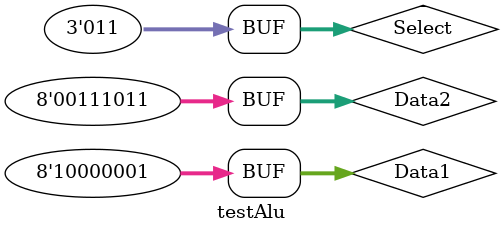
<source format=v>
module ALU(Result,Data1,Data2,Select);
    
    //inputs,outputs and internal variables declared here
    input signed [7:0] Data1,Data2;//*************
    input [2:0] Select;
    output signed [7:0] Result;//**************
    
    wire signed [7:0] Reg1,Reg2;//************
    reg signed[7:0] Reg3;//**********
    
    //reg []
    
    //Assign A and B to internal variables for doing operations
    assign Reg1 = Data1;
    assign Reg2 = Data2;
   
    assign Result = Reg3; //Assign the output 



    always @(Select or Reg1 or Reg2) 
    begin
        case (Select)
          3'b000 : Reg3 = Reg1;
          3'b001 : Reg3 = Reg1 + Reg2;
          3'b010 : Reg3 = Reg1 & Reg2;
          3'b011 : Reg3 = Reg1 | Reg2;
        endcase 
        $display("%d %d  %d",Reg1,Reg2,Result);
    end    
endmodule

module testAlu;

    // Inputs
    reg [7:0] Data1;
    reg [7:0] Data2;
    reg [2:0] Select;

    // Outputs
    wire signed [7:0] Result;//**************************

    // Instantiate the Unit Under Test (UUT)
   // ALU alu (.Result(Result),.Data1(Data1),.Data2(Data2),.Select(Select));
    
   ALU alu (Result,Data1,Data2,Select);
   
    initial begin
        Data1 = 8'sb10000001; //input 1
        Data2 = 8'sb00111011; //input 2
        Select = 3'b000; #100;
        Select = 3'b001; #100;
        Select = 3'b010; #100;
        Select = 3'b011; #100;
      
    end
    
endmodule

</source>
